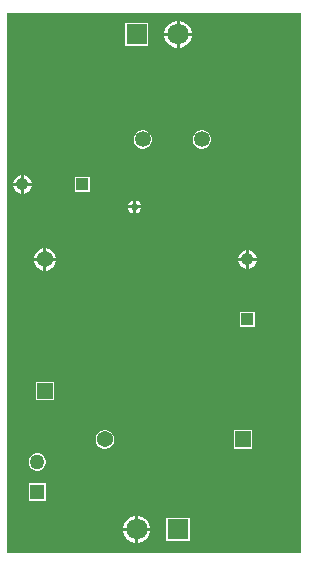
<source format=gbr>
G04*
G04 #@! TF.GenerationSoftware,Altium Limited,Altium Designer,22.4.2 (48)*
G04*
G04 Layer_Physical_Order=2*
G04 Layer_Color=16711680*
%FSLAX44Y44*%
%MOMM*%
G71*
G04*
G04 #@! TF.SameCoordinates,B87C930E-3C0E-449F-A056-968C23854222*
G04*
G04*
G04 #@! TF.FilePolarity,Positive*
G04*
G01*
G75*
%ADD23R,1.3716X1.3716*%
%ADD24C,1.3716*%
%ADD25R,1.3716X1.3716*%
%ADD28C,1.8000*%
%ADD29R,1.8000X1.8000*%
%ADD30R,1.2700X1.2700*%
%ADD31C,1.2700*%
%ADD32C,1.3500*%
%ADD33R,1.0600X1.0600*%
%ADD34C,1.0600*%
%ADD35R,1.0600X1.0600*%
%ADD36C,0.6000*%
G36*
X528320Y284480D02*
X279400D01*
Y741680D01*
X528320D01*
Y284480D01*
D02*
G37*
%LPC*%
G36*
X425419Y735440D02*
X425170D01*
Y725170D01*
X435440D01*
Y725419D01*
X434654Y728354D01*
X433134Y730986D01*
X430986Y733134D01*
X428354Y734653D01*
X425419Y735440D01*
D02*
G37*
G36*
X422630D02*
X422381D01*
X419446Y734653D01*
X416814Y733134D01*
X414666Y730986D01*
X413146Y728354D01*
X412360Y725419D01*
Y725170D01*
X422630D01*
Y735440D01*
D02*
G37*
G36*
X398900Y733900D02*
X378900D01*
Y713900D01*
X398900D01*
Y733900D01*
D02*
G37*
G36*
X435440Y722630D02*
X425170D01*
Y712360D01*
X425419D01*
X428354Y713147D01*
X430986Y714666D01*
X433134Y716814D01*
X434654Y719446D01*
X435440Y722381D01*
Y722630D01*
D02*
G37*
G36*
X422630D02*
X412360D01*
Y722381D01*
X413146Y719446D01*
X414666Y716814D01*
X416814Y714666D01*
X419446Y713147D01*
X422381Y712360D01*
X422630D01*
Y722630D01*
D02*
G37*
G36*
X445120Y642750D02*
X443080D01*
X441109Y642222D01*
X439341Y641201D01*
X437898Y639759D01*
X436878Y637991D01*
X436350Y636020D01*
Y633980D01*
X436878Y632009D01*
X437898Y630241D01*
X439341Y628798D01*
X441109Y627778D01*
X443080Y627250D01*
X445120D01*
X447091Y627778D01*
X448859Y628798D01*
X450302Y630241D01*
X451322Y632009D01*
X451850Y633980D01*
Y636020D01*
X451322Y637991D01*
X450302Y639759D01*
X448859Y641201D01*
X447091Y642222D01*
X445120Y642750D01*
D02*
G37*
G36*
X395120D02*
X393080D01*
X391109Y642222D01*
X389341Y641201D01*
X387898Y639759D01*
X386878Y637991D01*
X386350Y636020D01*
Y633980D01*
X386878Y632009D01*
X387898Y630241D01*
X389341Y628798D01*
X391109Y627778D01*
X393080Y627250D01*
X395120D01*
X397091Y627778D01*
X398859Y628798D01*
X400302Y630241D01*
X401322Y632009D01*
X401850Y633980D01*
Y636020D01*
X401322Y637991D01*
X400302Y639759D01*
X398859Y641201D01*
X397091Y642222D01*
X395120Y642750D01*
D02*
G37*
G36*
X293370Y604676D02*
Y598170D01*
X299876D01*
X299406Y599926D01*
X298374Y601714D01*
X296914Y603173D01*
X295126Y604206D01*
X293370Y604676D01*
D02*
G37*
G36*
X290830D02*
X289074Y604206D01*
X287286Y603173D01*
X285826Y601714D01*
X284794Y599926D01*
X284324Y598170D01*
X290830D01*
Y604676D01*
D02*
G37*
G36*
X349200Y603200D02*
X336600D01*
Y590600D01*
X349200D01*
Y603200D01*
D02*
G37*
G36*
X299876Y595630D02*
X293370D01*
Y589124D01*
X295126Y589594D01*
X296914Y590626D01*
X298374Y592086D01*
X299406Y593874D01*
X299876Y595630D01*
D02*
G37*
G36*
X290830D02*
X284324D01*
X284794Y593874D01*
X285826Y592086D01*
X287286Y590626D01*
X289074Y589594D01*
X290830Y589124D01*
Y595630D01*
D02*
G37*
G36*
X388620Y583320D02*
Y579120D01*
X392820D01*
X392047Y580988D01*
X390488Y582547D01*
X388620Y583320D01*
D02*
G37*
G36*
X386080D02*
X384212Y582547D01*
X382653Y580988D01*
X381880Y579120D01*
X386080D01*
Y583320D01*
D02*
G37*
G36*
X392820Y576580D02*
X388620D01*
Y572380D01*
X390488Y573153D01*
X392047Y574712D01*
X392820Y576580D01*
D02*
G37*
G36*
X386080D02*
X381880D01*
X382653Y574712D01*
X384212Y573153D01*
X386080Y572380D01*
Y576580D01*
D02*
G37*
G36*
X483870Y541176D02*
Y534670D01*
X490376D01*
X489906Y536426D01*
X488873Y538214D01*
X487414Y539674D01*
X485626Y540706D01*
X483870Y541176D01*
D02*
G37*
G36*
X312420Y542789D02*
Y534670D01*
X320539D01*
X319907Y537028D01*
X318670Y539170D01*
X316921Y540920D01*
X314778Y542158D01*
X312420Y542789D01*
D02*
G37*
G36*
X309880D02*
X307523Y542158D01*
X305380Y540920D01*
X303630Y539170D01*
X302393Y537028D01*
X301761Y534670D01*
X309880D01*
Y542789D01*
D02*
G37*
G36*
X481330Y541176D02*
X479574Y540706D01*
X477786Y539674D01*
X476326Y538214D01*
X475294Y536426D01*
X474824Y534670D01*
X481330D01*
Y541176D01*
D02*
G37*
G36*
X490376Y532130D02*
X483870D01*
Y525624D01*
X485626Y526094D01*
X487414Y527127D01*
X488873Y528586D01*
X489906Y530374D01*
X490376Y532130D01*
D02*
G37*
G36*
X481330D02*
X474824D01*
X475294Y530374D01*
X476326Y528586D01*
X477786Y527127D01*
X479574Y526094D01*
X481330Y525624D01*
Y532130D01*
D02*
G37*
G36*
X320539D02*
X312420D01*
Y524011D01*
X314778Y524642D01*
X316921Y525880D01*
X318670Y527630D01*
X319907Y529772D01*
X320539Y532130D01*
D02*
G37*
G36*
X309880D02*
X301761D01*
X302393Y529772D01*
X303630Y527630D01*
X305380Y525880D01*
X307523Y524642D01*
X309880Y524011D01*
Y532130D01*
D02*
G37*
G36*
X488900Y488900D02*
X476300D01*
Y476300D01*
X488900D01*
Y488900D01*
D02*
G37*
G36*
X319008Y430006D02*
X303292D01*
Y414290D01*
X319008D01*
Y430006D01*
D02*
G37*
G36*
X486648Y388858D02*
X470932D01*
Y373142D01*
X486648D01*
Y388858D01*
D02*
G37*
G36*
X362985D02*
X360915D01*
X358917Y388322D01*
X357125Y387288D01*
X355662Y385825D01*
X354627Y384033D01*
X354092Y382034D01*
Y379966D01*
X354627Y377967D01*
X355662Y376175D01*
X357125Y374712D01*
X358917Y373677D01*
X360915Y373142D01*
X362985D01*
X364983Y373677D01*
X366775Y374712D01*
X368238Y376175D01*
X369272Y377967D01*
X369808Y379966D01*
Y382034D01*
X369272Y384033D01*
X368238Y385825D01*
X366775Y387288D01*
X364983Y388322D01*
X362985Y388858D01*
D02*
G37*
G36*
X305768Y369300D02*
X303832D01*
X301963Y368799D01*
X300287Y367831D01*
X298918Y366463D01*
X297951Y364787D01*
X297450Y362918D01*
Y360982D01*
X297951Y359113D01*
X298918Y357437D01*
X300287Y356068D01*
X301963Y355101D01*
X303832Y354600D01*
X305768D01*
X307637Y355101D01*
X309313Y356068D01*
X310681Y357437D01*
X311649Y359113D01*
X312150Y360982D01*
Y362918D01*
X311649Y364787D01*
X310681Y366463D01*
X309313Y367831D01*
X307637Y368799D01*
X305768Y369300D01*
D02*
G37*
G36*
X312150Y343900D02*
X297450D01*
Y329200D01*
X312150D01*
Y343900D01*
D02*
G37*
G36*
X390419Y316340D02*
X390170D01*
Y306070D01*
X400440D01*
Y306319D01*
X399654Y309254D01*
X398134Y311886D01*
X395986Y314034D01*
X393354Y315553D01*
X390419Y316340D01*
D02*
G37*
G36*
X387630D02*
X387381D01*
X384446Y315553D01*
X381814Y314034D01*
X379666Y311886D01*
X378147Y309254D01*
X377360Y306319D01*
Y306070D01*
X387630D01*
Y316340D01*
D02*
G37*
G36*
X433900Y314800D02*
X413900D01*
Y294800D01*
X433900D01*
Y314800D01*
D02*
G37*
G36*
X400440Y303530D02*
X390170D01*
Y293260D01*
X390419D01*
X393354Y294046D01*
X395986Y295566D01*
X398134Y297714D01*
X399654Y300346D01*
X400440Y303281D01*
Y303530D01*
D02*
G37*
G36*
X387630D02*
X377360D01*
Y303281D01*
X378147Y300346D01*
X379666Y297714D01*
X381814Y295566D01*
X384446Y294046D01*
X387381Y293260D01*
X387630D01*
Y303530D01*
D02*
G37*
%LPD*%
D23*
X311150Y422148D02*
D03*
D24*
Y533400D02*
D03*
X361950Y381000D02*
D03*
D25*
X478790D02*
D03*
D28*
X423900Y723900D02*
D03*
X388900Y304800D02*
D03*
D29*
Y723900D02*
D03*
X423900Y304800D02*
D03*
D30*
X304800Y336550D02*
D03*
D31*
Y361950D02*
D03*
D32*
X394100Y635000D02*
D03*
X444100D02*
D03*
D33*
X342900Y596900D02*
D03*
D34*
X292100D02*
D03*
X482600Y533400D02*
D03*
D35*
Y482600D02*
D03*
D36*
X387350Y577850D02*
D03*
M02*

</source>
